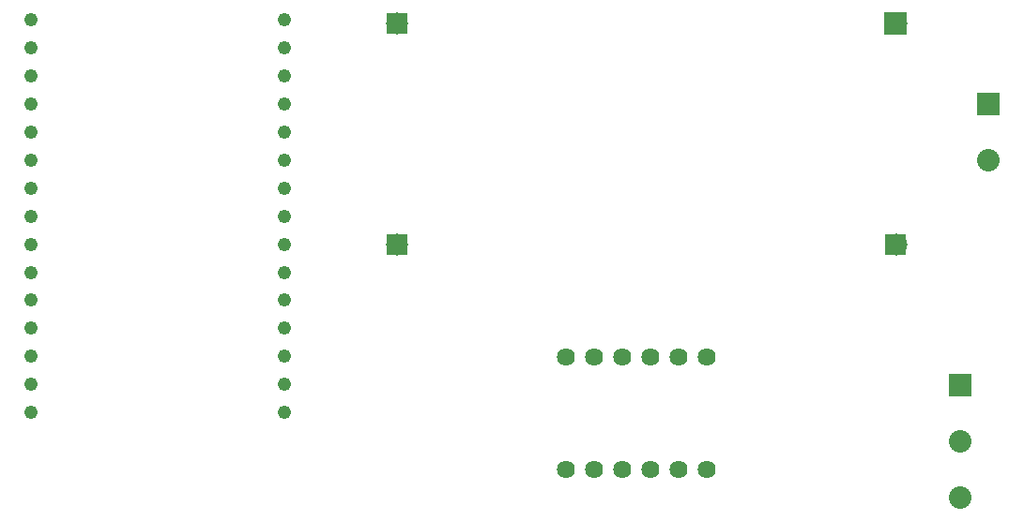
<source format=gbl>
G04 MADE WITH FRITZING*
G04 WWW.FRITZING.ORG*
G04 DOUBLE SIDED*
G04 HOLES PLATED*
G04 CONTOUR ON CENTER OF CONTOUR VECTOR*
%ASAXBY*%
%FSLAX23Y23*%
%MOIN*%
%OFA0B0*%
%SFA1.0B1.0*%
%ADD10C,0.047859*%
%ADD11C,0.078000*%
%ADD12C,0.064000*%
%ADD13C,0.080000*%
%ADD14R,0.080000X0.080000*%
%ADD15R,0.078000X0.078000*%
%LNCOPPER0*%
G90*
G70*
G54D10*
X1088Y1738D03*
X190Y1938D03*
X190Y1838D03*
X190Y1738D03*
X190Y1639D03*
X190Y1539D03*
X1088Y1838D03*
X1088Y1938D03*
X1088Y1639D03*
X190Y1439D03*
X190Y1339D03*
X190Y1239D03*
X190Y1139D03*
X190Y1039D03*
X190Y940D03*
X190Y840D03*
X190Y740D03*
X190Y640D03*
X190Y540D03*
X1088Y1239D03*
X1088Y1139D03*
X1088Y1039D03*
X1088Y940D03*
X1088Y840D03*
X1088Y740D03*
X1088Y640D03*
X1088Y540D03*
X1088Y1539D03*
X1088Y1439D03*
X1088Y1339D03*
G54D11*
X3262Y1139D03*
X3262Y1926D03*
X1490Y1139D03*
X1490Y1926D03*
G54D12*
X2490Y339D03*
X2390Y339D03*
X2290Y339D03*
X2190Y339D03*
X2090Y339D03*
X2090Y739D03*
X2190Y739D03*
X2290Y739D03*
X2390Y739D03*
X2490Y739D03*
X2590Y739D03*
X2590Y339D03*
G54D13*
X3590Y1639D03*
X3590Y1439D03*
X3490Y439D03*
X3490Y239D03*
X3490Y639D03*
G54D14*
X3261Y1926D03*
G54D15*
X3261Y1139D03*
X1490Y1139D03*
X1490Y1926D03*
G54D14*
X3590Y1639D03*
X3490Y639D03*
G04 End of Copper0*
M02*
</source>
